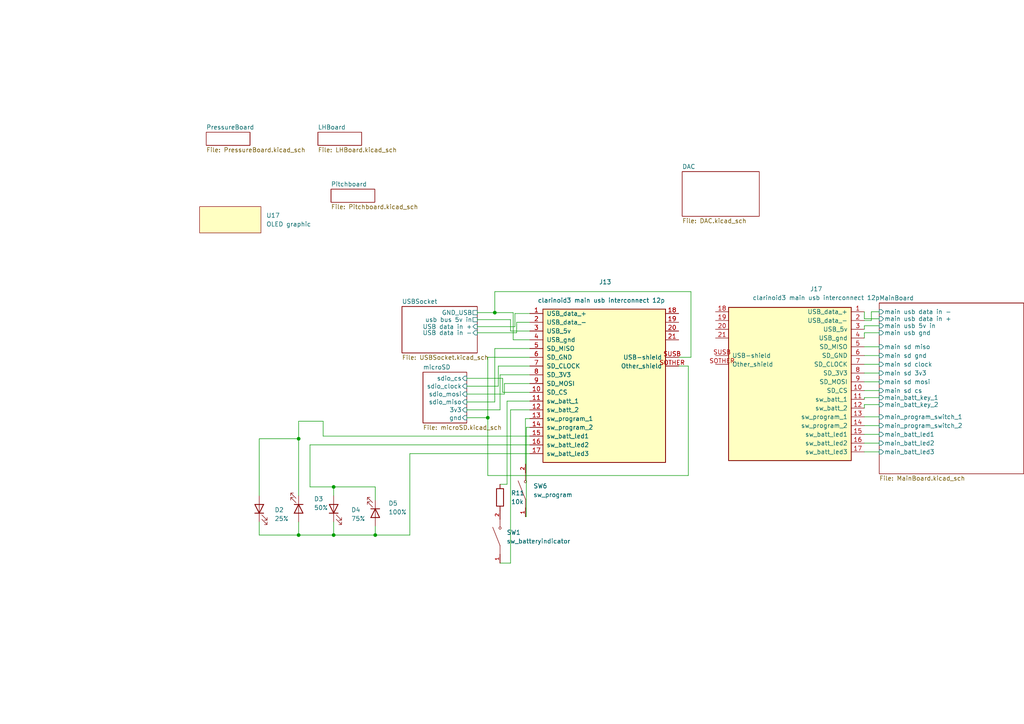
<source format=kicad_sch>
(kicad_sch (version 20211123) (generator eeschema)
  (paper "A4")
  (lib_symbols
    (symbol "Device:LED" (pin_numbers hide) (pin_names (offset 1.016) hide)
      (property "Reference" "D" (at 0 2.54 0))
      (property "Value" "LED" (at 0 -2.54 0))
      (symbol "LED_0_1"
        (polyline (pts (xy -1.27 -1.27) (xy -1.27 1.27)) (stroke (width 0.254)))
        (polyline (pts (xy -1.27 0) (xy 1.27 0)))
        (polyline (pts (xy 1.27 -1.27) (xy 1.27 1.27) (xy -1.27 0) (xy 1.27 -1.27)) (stroke (width 0.254)))
        (polyline (pts (xy -3.048 -0.762) (xy -4.572 -2.286) (xy -3.81 -2.286) (xy -4.572 -2.286) (xy -4.572 -1.524)))
        (polyline (pts (xy -1.778 -0.762) (xy -3.302 -2.286) (xy -2.54 -2.286) (xy -3.302 -2.286) (xy -3.302 -1.524)))
      )
      (symbol "LED_1_1"
        (pin passive line (at -3.81 0 0) (length 2.54) (name "K") (number "1"))
        (pin passive line (at 3.81 0 180) (length 2.54) (name "A") (number "2"))
      )
    )
    (symbol "Device:R" (pin_numbers hide) (pin_names (offset 0))
      (property "Reference" "R" (at 2.032 0 90))
      (property "Value" "R" (at 0 0 90))
      (symbol "R_0_1"
        (rectangle (start -1.016 -2.54) (end 1.016 2.54) (stroke (width 0.254)))
      )
      (symbol "R_1_1"
        (pin passive line (at 0 3.81 270) (length 1.27) (name "~") (number "1"))
        (pin passive line (at 0 -3.81 90) (length 1.27) (name "~") (number "2"))
      )
    )
    (symbol "clarinoid2:Placeholder" (in_bom no)
      (property "Reference" "U" (at 0 0 0))
      (property "Value" "Placeholder" (at 0 -1.27 0))
      (symbol "Placeholder_0_1"
        (rectangle (start -8.89 2.54) (end 8.89 -5.08) (fill (type background)))
      )
    )
    (symbol "clarinoid2:XKB tactile switch jlcpcb TS-1187A-B-A-B" (pin_names (offset 1.016) hide)
      (property "Reference" "S" (at -2.54 2.54 0))
      (property "Value" "XKB tactile switch jlcpcb TS-1187A-B-A-B" (at -2.54 -2.54 0))
      (symbol "XKB tactile switch jlcpcb TS-1187A-B-A-B_0_0"
        (polyline (pts (xy -2.54 0) (xy -5.08 0)) (stroke (width 0.1524)))
        (polyline (pts (xy -2.54 0) (xy 2.794 2.1336)) (stroke (width 0.1524)))
        (polyline (pts (xy 5.08 0) (xy 2.921 0)) (stroke (width 0.1524)))
        (circle (center 2.54 0) (radius 0.3302) (stroke (width 0.1524)))
        (pin passive line (at -7.62 0 0) (length 2.54) (name "~") (number "1"))
        (pin passive line (at 7.62 0 180) (length 2.54) (name "~") (number "2"))
      )
    )
    (symbol "clarinoid2:clarinoid3 main usb interconnect 17p" (pin_names (offset 1.016))
      (property "Reference" "J" (at 0 10.16 0))
      (property "Value" "clarinoid3 main usb interconnect 17p" (at 1.27 -31.75 0))
      (symbol "clarinoid3 main usb interconnect 17p_1_1"
        (rectangle (start -1.27 20.32) (end 34.29 -24.13) (stroke (width 0.254)) (fill (type background)))
        (pin passive line (at -5.08 19.05 0) (length 3.81) (name "USB_data_+") (number "1"))
        (pin passive line (at -5.08 -3.81 0) (length 3.81) (name "SD_CS") (number "10"))
        (pin passive line (at -5.08 -6.35 0) (length 3.81) (name "sw_batt_1") (number "11"))
        (pin passive line (at -5.08 -8.89 0) (length 3.81) (name "sw_batt_2") (number "12"))
        (pin passive line (at -5.08 -11.43 0) (length 3.81) (name "sw_program_1") (number "13"))
        (pin passive line (at -5.08 -13.97 0) (length 3.81) (name "sw_program_2") (number "14"))
        (pin passive line (at -5.08 -16.51 0) (length 3.81) (name "sw_batt_led1") (number "15"))
        (pin passive line (at -5.08 -19.05 0) (length 3.81) (name "sw_batt_led2") (number "16"))
        (pin passive line (at -5.08 -21.59 0) (length 3.81) (name "sw_batt_led3") (number "17"))
        (pin passive line (at 38.1 19.05 180) (length 3.81) (name "") (number "18"))
        (pin passive line (at 38.1 16.51 180) (length 3.81) (name "") (number "19"))
        (pin passive line (at -5.08 16.51 0) (length 3.81) (name "USB_data_-") (number "2"))
        (pin passive line (at 38.1 13.97 180) (length 3.81) (name "") (number "20"))
        (pin passive line (at 38.1 11.43 180) (length 3.81) (name "") (number "21"))
        (pin passive line (at -5.08 13.97 0) (length 3.81) (name "USB_5v") (number "3"))
        (pin passive line (at -5.08 11.43 0) (length 3.81) (name "USB_gnd") (number "4"))
        (pin passive line (at -5.08 8.89 0) (length 3.81) (name "SD_MISO") (number "5"))
        (pin passive line (at -5.08 6.35 0) (length 3.81) (name "SD_GND") (number "6"))
        (pin passive line (at -5.08 3.81 0) (length 3.81) (name "SD_CLOCK") (number "7"))
        (pin passive line (at -5.08 1.27 0) (length 3.81) (name "SD_3V3") (number "8"))
        (pin passive line (at -5.08 -1.27 0) (length 3.81) (name "SD_MOSI") (number "9"))
        (pin passive line (at 38.1 3.81 180) (length 3.81) (name "Other_shield") (number "SOTHER"))
        (pin passive line (at 38.1 6.35 180) (length 3.81) (name "USB-shield") (number "SUSB"))
      )
    )
  )
  (junction (at 141.478 121.158))
  (junction (at 143.51 90.678))
  (junction (at 86.614 155.194))
  (junction (at 96.774 141.224))
  (junction (at 96.774 155.194))
  (junction (at 86.614 127.254))
  (junction (at 108.839 155.194))
  (wire (pts (xy 141.478 103.632) (xy 153.67 103.632)))
  (wire (pts (xy 148.844 98.552) (xy 153.67 98.552)))
  (wire (pts (xy 89.916 129.032) (xy 153.67 129.032)))
  (wire (pts (xy 144.526 112.014) (xy 144.526 106.172)))
  (wire (pts (xy 96.774 141.224) (xy 96.774 143.764)))
  (wire (pts (xy 153.67 126.492) (xy 93.726 126.492)))
  (wire (pts (xy 143.51 90.678) (xy 148.844 90.678)))
  (wire (pts (xy 250.698 110.744) (xy 255.016 110.744)))
  (wire (pts (xy 250.698 123.444) (xy 255.016 123.444)))
  (wire (pts (xy 75.184 155.194) (xy 86.614 155.194)))
  (wire (pts (xy 199.644 137.922) (xy 199.644 106.172)))
  (wire (pts (xy 96.774 155.194) (xy 108.839 155.194)))
  (wire (pts (xy 149.86 93.472) (xy 149.86 96.52)))
  (wire (pts (xy 152.4 121.412) (xy 152.4 134.62)))
  (wire (pts (xy 250.698 131.064) (xy 255.016 131.064)))
  (wire (pts (xy 200.406 84.582) (xy 143.51 84.582)))
  (wire (pts (xy 250.698 108.204) (xy 255.016 108.204)))
  (wire (pts (xy 148.844 90.678) (xy 148.844 98.552)))
  (wire (pts (xy 145.034 108.712) (xy 153.67 108.712)))
  (wire (pts (xy 89.916 129.032) (xy 89.916 141.224)))
  (wire (pts (xy 255.016 115.316) (xy 250.698 115.316)))
  (wire (pts (xy 141.478 137.922) (xy 199.644 137.922)))
  (wire (pts (xy 250.698 105.664) (xy 255.016 105.664)))
  (wire (pts (xy 152.654 123.952) (xy 152.654 149.86)))
  (wire (pts (xy 86.614 127.254) (xy 86.614 122.174)))
  (wire (pts (xy 144.526 106.172) (xy 153.67 106.172)))
  (wire (pts (xy 141.478 121.158) (xy 141.478 103.632)))
  (wire (pts (xy 148.082 118.872) (xy 153.67 118.872)))
  (wire (pts (xy 153.67 93.472) (xy 149.86 93.472)))
  (wire (pts (xy 255.016 90.424) (xy 252.73 90.424)))
  (wire (pts (xy 108.839 152.654) (xy 108.839 155.194)))
  (wire (pts (xy 250.698 92.456) (xy 255.016 92.456)))
  (wire (pts (xy 255.016 94.488) (xy 250.698 94.488)))
  (wire (pts (xy 86.614 143.764) (xy 86.614 127.254)))
  (wire (pts (xy 135.382 109.728) (xy 145.796 109.728)))
  (wire (pts (xy 141.478 121.158) (xy 141.478 137.922)))
  (wire (pts (xy 146.304 111.252) (xy 153.67 111.252)))
  (wire (pts (xy 148.082 96.012) (xy 153.67 96.012)))
  (wire (pts (xy 252.73 92.964) (xy 250.698 92.964)))
  (wire (pts (xy 147.066 140.462) (xy 145.034 140.462)))
  (wire (pts (xy 135.382 114.3) (xy 146.304 114.3)))
  (wire (pts (xy 152.654 149.86) (xy 152.4 149.86)))
  (wire (pts (xy 108.839 145.034) (xy 108.839 141.224)))
  (wire (pts (xy 148.082 163.322) (xy 148.082 118.872)))
  (wire (pts (xy 153.67 131.572) (xy 118.872 131.572)))
  (wire (pts (xy 255.016 96.52) (xy 250.698 96.52)))
  (wire (pts (xy 89.916 141.224) (xy 96.774 141.224)))
  (wire (pts (xy 75.184 143.764) (xy 75.184 127.254)))
  (wire (pts (xy 135.382 118.872) (xy 145.034 118.872)))
  (wire (pts (xy 93.726 122.174) (xy 86.614 122.174)))
  (wire (pts (xy 138.43 92.71) (xy 148.082 92.71)))
  (wire (pts (xy 145.796 109.728) (xy 145.796 113.792)))
  (wire (pts (xy 250.698 117.348) (xy 250.698 118.364)))
  (wire (pts (xy 147.066 116.332) (xy 153.67 116.332)))
  (wire (pts (xy 75.184 151.384) (xy 75.184 155.194)))
  (wire (pts (xy 255.016 117.348) (xy 250.698 117.348)))
  (wire (pts (xy 108.839 155.194) (xy 118.872 155.194)))
  (wire (pts (xy 86.614 151.384) (xy 86.614 155.194)))
  (wire (pts (xy 153.67 123.952) (xy 152.654 123.952)))
  (wire (pts (xy 250.698 90.424) (xy 250.698 92.456)))
  (wire (pts (xy 145.034 118.872) (xy 145.034 108.712)))
  (wire (pts (xy 146.304 114.3) (xy 146.304 111.252)))
  (wire (pts (xy 250.698 96.52) (xy 250.698 98.044)))
  (wire (pts (xy 250.698 125.984) (xy 255.016 125.984)))
  (wire (pts (xy 149.86 96.52) (xy 138.43 96.52)))
  (wire (pts (xy 153.67 121.412) (xy 152.4 121.412)))
  (wire (pts (xy 135.382 116.586) (xy 143.51 116.586)))
  (wire (pts (xy 135.382 121.158) (xy 141.478 121.158)))
  (wire (pts (xy 196.85 103.632) (xy 200.406 103.632)))
  (wire (pts (xy 96.774 151.384) (xy 96.774 155.194)))
  (wire (pts (xy 75.184 127.254) (xy 86.614 127.254)))
  (wire (pts (xy 135.382 112.014) (xy 144.526 112.014)))
  (wire (pts (xy 93.726 126.492) (xy 93.726 122.174)))
  (wire (pts (xy 250.698 115.316) (xy 250.698 115.824)))
  (wire (pts (xy 143.51 84.582) (xy 143.51 90.678)))
  (wire (pts (xy 250.698 103.124) (xy 255.016 103.124)))
  (wire (pts (xy 138.43 90.678) (xy 143.51 90.678)))
  (wire (pts (xy 148.082 92.71) (xy 148.082 96.012)))
  (wire (pts (xy 250.698 128.524) (xy 255.016 128.524)))
  (wire (pts (xy 143.51 101.092) (xy 153.67 101.092)))
  (wire (pts (xy 145.796 113.792) (xy 153.67 113.792)))
  (wire (pts (xy 138.43 94.742) (xy 149.352 94.742)))
  (wire (pts (xy 250.698 94.488) (xy 250.698 95.504)))
  (wire (pts (xy 96.774 141.224) (xy 108.839 141.224)))
  (wire (pts (xy 147.066 116.332) (xy 147.066 140.462)))
  (wire (pts (xy 149.352 94.742) (xy 149.352 90.932)))
  (wire (pts (xy 200.406 103.632) (xy 200.406 84.582)))
  (wire (pts (xy 252.73 90.424) (xy 252.73 92.964)))
  (wire (pts (xy 143.51 116.586) (xy 143.51 101.092)))
  (wire (pts (xy 118.872 131.572) (xy 118.872 155.194)))
  (wire (pts (xy 250.698 100.584) (xy 255.016 100.584)))
  (wire (pts (xy 86.614 155.194) (xy 96.774 155.194)))
  (wire (pts (xy 199.644 106.172) (xy 196.85 106.172)))
  (wire (pts (xy 250.698 120.904) (xy 255.016 120.904)))
  (wire (pts (xy 149.352 90.932) (xy 153.67 90.932)))
  (wire (pts (xy 145.034 163.322) (xy 148.082 163.322)))
  (wire (pts (xy 250.698 113.284) (xy 255.016 113.284)))
  (symbol (lib_id "Device:LED") (at 86.614 147.574 270) (unit 1)
    (property "Reference" "D3" (at 91.059 144.7164 90) (effects (justify left)))
    (property "Value" "50%" (at 91.059 147.2564 90) (effects (justify left)))
    (property "Footprint" "LED_SMD:LED_0402_1005Metric" (effects hide))
    (property "LCSC part number" "C264424" (effects hide))
    (property "verif" "1" (effects hide))
  )
  (symbol (lib_id "Device:R") (at 145.034 144.272 0) (unit 1)
    (property "Reference" "R11" (at 148.209 143.0019 0) (effects (justify left)))
    (property "Value" "10k" (at 148.209 145.5419 0) (effects (justify left)))
    (property "Footprint" "Resistor_SMD:R_0402_1005Metric" (effects hide))
    (property "LCSC part number" "C25744" (effects hide))
    (property "verif" "1" (effects hide))
  )
  (symbol (lib_id "clarinoid2:XKB tactile switch jlcpcb TS-1187A-B-A-B") (at 145.034 155.702 90) (unit 1)
    (property "Reference" "SW1" (at 146.939 154.4319 90) (effects (justify right)))
    (property "Value" "sw_batteryindicator" (at 146.939 156.9719 90) (effects (justify right)))
    (property "Footprint" "clarinoid2:XKB switch jlcpcb SW_TS-1187A-B-A-B" (effects hide))
    (property "LCSC part number" "C318884" (effects hide))
    (property "STANDARD" "Manufacturer Recommendations" (effects hide))
    (property "MANUFACTURER" "XKB Industrial Precision" (effects hide))
    (property "MAXIMUM_PACKAGE_HEIGHT" "1.5mm" (effects hide))
    (property "PARTREV" "A0" (effects hide))
    (property "verif" "1" (effects hide))
  )
  (symbol (lib_id "clarinoid2:clarinoid3 main usb interconnect 17p") (at 158.75 109.982 0) (unit 1)
    (property "Reference" "J13" (at 173.736 81.788 0) (effects (justify left)))
    (property "Value" "clarinoid3 main usb interconnect 12p" (at 155.956 87.122 0) (effects (justify left)))
    (property "Footprint" "clarinoid2:clarinoid3-sd subboard castellated" (effects hide))
  )
  (symbol (lib_id "clarinoid2:clarinoid3 main usb interconnect 17p") (at 245.618 109.474 0) (mirror y) (unit 1)
    (property "Reference" "J17" (at 236.728 83.82 0))
    (property "Value" "clarinoid3 main usb interconnect 12p" (at 236.728 86.36 0))
    (property "Footprint" "clarinoid2:clarinoid3-sd subboard smd" (effects hide))
  )
  (symbol (lib_id "Device:LED") (at 75.184 147.574 90) (unit 1)
    (property "Reference" "D2" (at 79.629 147.8914 90) (effects (justify right)))
    (property "Value" "25%" (at 79.629 150.4314 90) (effects (justify right)))
    (property "Footprint" "LED_SMD:LED_0402_1005Metric" (effects hide))
    (property "LCSC part number" "C264424" (effects hide))
    (property "verif" "1" (effects hide))
  )
  (symbol (lib_id "Device:LED") (at 108.839 148.844 270) (unit 1)
    (property "Reference" "D5" (at 112.649 145.9864 90) (effects (justify left)))
    (property "Value" "100%" (at 112.649 148.5264 90) (effects (justify left)))
    (property "Footprint" "LED_SMD:LED_0402_1005Metric" (effects hide))
    (property "LCSC part number" "C264424" (effects hide))
    (property "verif" "1" (effects hide))
  )
  (symbol (lib_id "Device:LED") (at 96.774 147.574 90) (unit 1)
    (property "Reference" "D4" (at 101.854 147.8914 90) (effects (justify right)))
    (property "Value" "75%" (at 101.854 150.4314 90) (effects (justify right)))
    (property "Footprint" "LED_SMD:LED_0402_1005Metric" (effects hide))
    (property "LCSC part number" "C264424" (effects hide))
    (property "verif" "1" (effects hide))
  )
  (symbol (lib_id "clarinoid2:Placeholder") (at 66.802 62.484 0) (unit 1) (in_bom no)
    (property "Reference" "U17" (at 77.216 62.4839 0) (effects (justify left)))
    (property "Value" "OLED graphic" (at 77.216 65.0239 0) (effects (justify left)))
    (property "Footprint" "clarinoid2:SSD1306_128x64_approximate" (effects hide))
  )
  (symbol (lib_id "clarinoid2:XKB tactile switch jlcpcb TS-1187A-B-A-B") (at 152.4 142.24 90) (unit 1)
    (property "Reference" "SW6" (at 154.686 140.9699 90) (effects (justify right)))
    (property "Value" "sw_program" (at 154.686 143.5099 90) (effects (justify right)))
    (property "Footprint" "clarinoid2:XKB switch jlcpcb SW_TS-1187A-B-A-B" (effects hide))
    (property "LCSC part number" "C318884" (effects hide))
    (property "STANDARD" "Manufacturer Recommendations" (effects hide))
    (property "MANUFACTURER" "XKB Industrial Precision" (effects hide))
    (property "MAXIMUM_PACKAGE_HEIGHT" "1.5mm" (effects hide))
    (property "PARTREV" "A0" (effects hide))
    (property "verif" "1" (effects hide))
  )
  (sheet (at 96.012 54.864) (size 12.7 3.81) (stroke (width 0.1524))
    (property "Sheet name" "Pitchboard" (at 96.012 54.1524 0) (effects (justify left bottom)))
    (property "Sheet file" "Pitchboard.kicad_sch" (at 96.012 59.2586 0) (effects (justify left top)))
  )
  (sheet (at 255.016 87.884) (size 41.91 49.53) (stroke (width 0.1524))
    (property "Sheet name" "MainBoard" (at 255.016 87.1724 0) (effects (justify left bottom)))
    (property "Sheet file" "MainBoard.kicad_sch" (at 255.016 137.9986 0) (effects (justify left top)))
    (pin "main usb data in -" input (at 255.016 90.424 180))
    (pin "main usb gnd" input (at 255.016 96.52 180))
    (pin "main usb 5v in" input (at 255.016 94.488 180))
    (pin "main usb data in +" input (at 255.016 92.456 180))
    (pin "main sd miso" input (at 255.016 100.584 180))
    (pin "main sd mosi" input (at 255.016 110.744 180))
    (pin "main sd clock" input (at 255.016 105.664 180))
    (pin "main sd cs" input (at 255.016 113.284 180))
    (pin "main sd 3v3" input (at 255.016 108.204 180))
    (pin "main sd gnd" input (at 255.016 103.124 180))
    (pin "main_program_switch_1" input (at 255.016 120.904 180))
    (pin "main_program_switch_2" input (at 255.016 123.444 180))
    (pin "main_batt_key_1" input (at 255.016 115.316 180))
    (pin "main_batt_key_2" input (at 255.016 117.348 180))
    (pin "main_batt_led1" input (at 255.016 125.984 180))
    (pin "main_batt_led2" input (at 255.016 128.524 180))
    (pin "main_batt_led3" input (at 255.016 131.064 180))
  )
  (sheet (at 92.202 38.354) (size 12.7 3.81) (stroke (width 0.1524))
    (property "Sheet name" "LHBoard" (at 92.202 37.6424 0) (effects (justify left bottom)))
    (property "Sheet file" "LHBoard.kicad_sch" (at 92.202 42.7486 0) (effects (justify left top)))
  )
  (sheet (at 116.586 88.9) (size 21.844 13.462) (stroke (width 0.1524))
    (property "Sheet name" "USBSocket" (at 116.586 88.1884 0) (effects (justify left bottom)))
    (property "Sheet file" "USBSocket.kicad_sch" (at 116.586 102.9466 0) (effects (justify left top)))
    (pin "GND_USB" passive (at 138.43 90.678 0))
    (pin "usb bus 5v in" passive (at 138.43 92.71 0))
    (pin "USB data in +" input (at 138.43 94.742 0))
    (pin "USB data in -" input (at 138.43 96.52 0))
  )
  (sheet (at 122.682 107.95) (size 12.7 14.732) (stroke (width 0.1524))
    (property "Sheet name" "microSD" (at 122.682 107.2384 0) (effects (justify left bottom)))
    (property "Sheet file" "microSD.kicad_sch" (at 122.682 123.2666 0) (effects (justify left top)))
    (pin "sdio_miso" input (at 135.382 116.586 0))
    (pin "sdio_clock" input (at 135.382 112.014 0))
    (pin "sdio_mosi" input (at 135.382 114.3 0))
    (pin "gnd" input (at 135.382 121.158 0))
    (pin "sdio_cs" input (at 135.382 109.728 0))
    (pin "3v3" input (at 135.382 118.872 0))
  )
  (sheet (at 59.817 38.354) (size 12.7 3.81) (stroke (width 0.1524))
    (property "Sheet name" "PressureBoard" (at 59.817 37.6424 0) (effects (justify left bottom)))
    (property "Sheet file" "PressureBoard.kicad_sch" (at 59.817 42.7486 0) (effects (justify left top)))
  )
  (sheet (at 197.866 49.784) (size 22.352 12.954) (stroke (width 0.1524))
    (property "Sheet name" "DAC" (at 197.866 49.0724 0) (effects (justify left bottom)))
    (property "Sheet file" "DAC.kicad_sch" (at 197.866 63.3226 0) (effects (justify left top)))
  )
)
</source>
